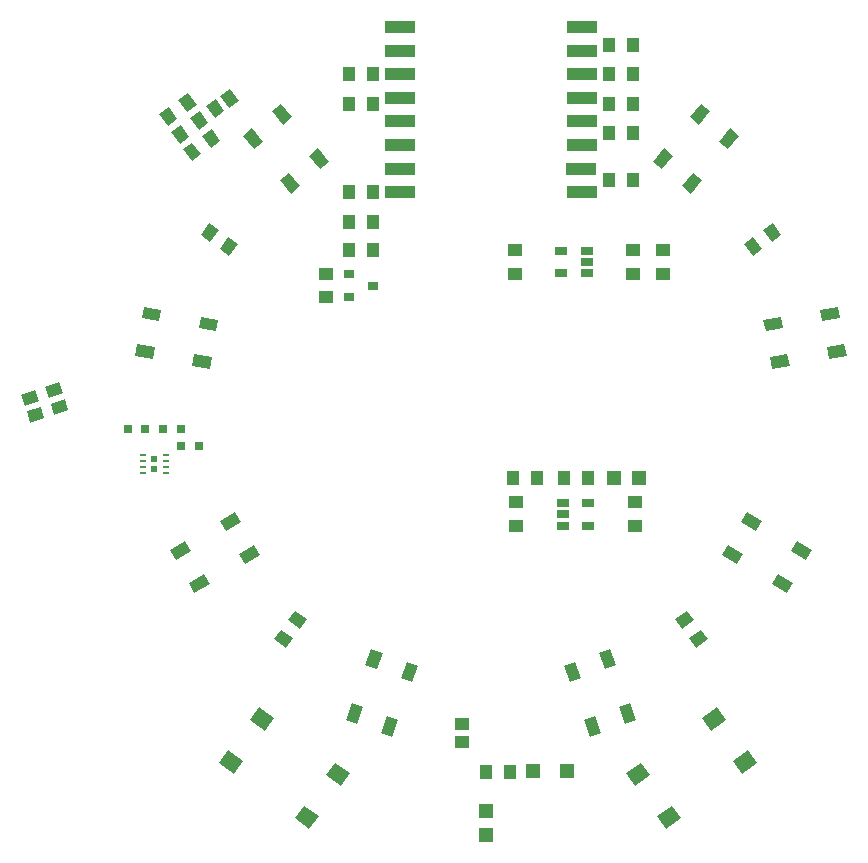
<source format=gtp>
G04 #@! TF.FileFunction,Paste,Top*
%FSLAX46Y46*%
G04 Gerber Fmt 4.6, Leading zero omitted, Abs format (unit mm)*
G04 Created by KiCad (PCBNEW 4.0.6) date Saturday, June 09, 2018 'PMt' 06:08:09 PM*
%MOMM*%
%LPD*%
G01*
G04 APERTURE LIST*
%ADD10C,0.100000*%
%ADD11R,1.250000X1.000000*%
%ADD12R,1.060000X0.650000*%
%ADD13R,1.000000X1.250000*%
%ADD14R,1.198880X1.198880*%
%ADD15R,0.900000X0.800000*%
%ADD16R,2.500000X1.100000*%
%ADD17R,0.500000X0.250000*%
%ADD18R,0.540000X0.480000*%
%ADD19R,1.250000X1.220000*%
%ADD20R,0.800000X0.750000*%
G04 APERTURE END LIST*
D10*
D11*
X112035554Y-89894834D03*
X112035554Y-87894834D03*
X114554000Y-89900000D03*
X114554000Y-87900000D03*
D12*
X108135554Y-89844834D03*
X108135554Y-88894834D03*
X108135554Y-87944834D03*
X105935554Y-87944834D03*
X105935554Y-89844834D03*
D11*
X102035554Y-89894834D03*
X102035554Y-87894834D03*
D10*
G36*
X120056698Y-79364378D02*
X119290653Y-78721591D01*
X120254834Y-77572524D01*
X121020879Y-78215311D01*
X120056698Y-79364378D01*
X120056698Y-79364378D01*
G37*
G36*
X117605356Y-77307458D02*
X116839311Y-76664671D01*
X117803492Y-75515604D01*
X118569537Y-76158391D01*
X117605356Y-77307458D01*
X117605356Y-77307458D01*
G37*
G36*
X116907038Y-83117996D02*
X116140993Y-82475209D01*
X117105174Y-81326142D01*
X117871219Y-81968929D01*
X116907038Y-83117996D01*
X116907038Y-83117996D01*
G37*
G36*
X114455696Y-81061076D02*
X113689651Y-80418289D01*
X114653832Y-79269222D01*
X115419877Y-79912009D01*
X114455696Y-81061076D01*
X114455696Y-81061076D01*
G37*
G36*
X128628643Y-97084393D02*
X128454995Y-96099585D01*
X129932207Y-95839113D01*
X130105855Y-96823921D01*
X128628643Y-97084393D01*
X128628643Y-97084393D01*
G37*
G36*
X128072969Y-93933009D02*
X127899321Y-92948201D01*
X129376533Y-92687729D01*
X129550181Y-93672537D01*
X128072969Y-93933009D01*
X128072969Y-93933009D01*
G37*
G36*
X123803085Y-97935269D02*
X123629437Y-96950461D01*
X125106649Y-96689989D01*
X125280297Y-97674797D01*
X123803085Y-97935269D01*
X123803085Y-97935269D01*
G37*
G36*
X123247411Y-94783885D02*
X123073763Y-93799077D01*
X124550975Y-93538605D01*
X124724623Y-94523413D01*
X123247411Y-94783885D01*
X123247411Y-94783885D01*
G37*
G36*
X123804929Y-116168654D02*
X124304929Y-115302628D01*
X125603967Y-116052628D01*
X125103967Y-116918654D01*
X123804929Y-116168654D01*
X123804929Y-116168654D01*
G37*
G36*
X125404929Y-113397372D02*
X125904929Y-112531346D01*
X127203967Y-113281346D01*
X126703967Y-114147372D01*
X125404929Y-113397372D01*
X125404929Y-113397372D01*
G37*
G36*
X119561405Y-113718654D02*
X120061405Y-112852628D01*
X121360443Y-113602628D01*
X120860443Y-114468654D01*
X119561405Y-113718654D01*
X119561405Y-113718654D01*
G37*
G36*
X121161405Y-110947372D02*
X121661405Y-110081346D01*
X122960443Y-110831346D01*
X122460443Y-111697372D01*
X121161405Y-110947372D01*
X121161405Y-110947372D01*
G37*
G36*
X107842624Y-127687421D02*
X108782316Y-127345400D01*
X109295346Y-128754939D01*
X108355654Y-129096960D01*
X107842624Y-127687421D01*
X107842624Y-127687421D01*
G37*
G36*
X110849641Y-126592957D02*
X111789333Y-126250936D01*
X112302363Y-127660475D01*
X111362671Y-128002496D01*
X110849641Y-126592957D01*
X110849641Y-126592957D01*
G37*
G36*
X106166725Y-123082927D02*
X107106417Y-122740906D01*
X107619447Y-124150445D01*
X106679755Y-124492466D01*
X106166725Y-123082927D01*
X106166725Y-123082927D01*
G37*
G36*
X109173742Y-121988463D02*
X110113434Y-121646442D01*
X110626464Y-123055981D01*
X109686772Y-123398002D01*
X109173742Y-121988463D01*
X109173742Y-121988463D01*
G37*
G36*
X88210667Y-126250936D02*
X89150359Y-126592957D01*
X88637329Y-128002496D01*
X87697637Y-127660475D01*
X88210667Y-126250936D01*
X88210667Y-126250936D01*
G37*
G36*
X91217684Y-127345400D02*
X92157376Y-127687421D01*
X91644346Y-129096960D01*
X90704654Y-128754939D01*
X91217684Y-127345400D01*
X91217684Y-127345400D01*
G37*
G36*
X89886566Y-121646442D02*
X90826258Y-121988463D01*
X90313228Y-123398002D01*
X89373536Y-123055981D01*
X89886566Y-121646442D01*
X89886566Y-121646442D01*
G37*
G36*
X92893583Y-122740906D02*
X93833275Y-123082927D01*
X93320245Y-124492466D01*
X92380553Y-124150445D01*
X92893583Y-122740906D01*
X92893583Y-122740906D01*
G37*
G36*
X74095071Y-112531346D02*
X74595071Y-113397372D01*
X73296033Y-114147372D01*
X72796033Y-113281346D01*
X74095071Y-112531346D01*
X74095071Y-112531346D01*
G37*
G36*
X75695071Y-115302628D02*
X76195071Y-116168654D01*
X74896033Y-116918654D01*
X74396033Y-116052628D01*
X75695071Y-115302628D01*
X75695071Y-115302628D01*
G37*
G36*
X78338595Y-110081346D02*
X78838595Y-110947372D01*
X77539557Y-111697372D01*
X77039557Y-110831346D01*
X78338595Y-110081346D01*
X78338595Y-110081346D01*
G37*
G36*
X79938595Y-112852628D02*
X80438595Y-113718654D01*
X79139557Y-114468654D01*
X78639557Y-113602628D01*
X79938595Y-112852628D01*
X79938595Y-112852628D01*
G37*
G36*
X72100679Y-92948201D02*
X71927031Y-93933009D01*
X70449819Y-93672537D01*
X70623467Y-92687729D01*
X72100679Y-92948201D01*
X72100679Y-92948201D01*
G37*
G36*
X71545005Y-96099585D02*
X71371357Y-97084393D01*
X69894145Y-96823921D01*
X70067793Y-95839113D01*
X71545005Y-96099585D01*
X71545005Y-96099585D01*
G37*
G36*
X76926237Y-93799077D02*
X76752589Y-94783885D01*
X75275377Y-94523413D01*
X75449025Y-93538605D01*
X76926237Y-93799077D01*
X76926237Y-93799077D01*
G37*
G36*
X76370563Y-96950461D02*
X76196915Y-97935269D01*
X74719703Y-97674797D01*
X74893351Y-96689989D01*
X76370563Y-96950461D01*
X76370563Y-96950461D01*
G37*
G36*
X83160689Y-76664671D02*
X82394644Y-77307458D01*
X81430463Y-76158391D01*
X82196508Y-75515604D01*
X83160689Y-76664671D01*
X83160689Y-76664671D01*
G37*
G36*
X80709347Y-78721591D02*
X79943302Y-79364378D01*
X78979121Y-78215311D01*
X79745166Y-77572524D01*
X80709347Y-78721591D01*
X80709347Y-78721591D01*
G37*
G36*
X86310349Y-80418289D02*
X85544304Y-81061076D01*
X84580123Y-79912009D01*
X85346168Y-79269222D01*
X86310349Y-80418289D01*
X86310349Y-80418289D01*
G37*
G36*
X83859007Y-82475209D02*
X83092962Y-83117996D01*
X82128781Y-81968929D01*
X82894826Y-81326142D01*
X83859007Y-82475209D01*
X83859007Y-82475209D01*
G37*
D11*
X102160000Y-111262000D03*
X102160000Y-109262000D03*
D13*
X90000000Y-85500000D03*
X88000000Y-85500000D03*
X90000000Y-83000000D03*
X88000000Y-83000000D03*
D10*
G36*
X122153840Y-88387313D02*
X121419109Y-87376042D01*
X122228126Y-86788257D01*
X122962857Y-87799528D01*
X122153840Y-88387313D01*
X122153840Y-88387313D01*
G37*
G36*
X123771874Y-87211743D02*
X123037143Y-86200472D01*
X123846160Y-85612687D01*
X124580891Y-86623958D01*
X123771874Y-87211743D01*
X123771874Y-87211743D01*
G37*
G36*
X115612687Y-119153840D02*
X116623958Y-118419109D01*
X117211743Y-119228126D01*
X116200472Y-119962857D01*
X115612687Y-119153840D01*
X115612687Y-119153840D01*
G37*
G36*
X116788257Y-120771874D02*
X117799528Y-120037143D01*
X118387313Y-120846160D01*
X117376042Y-121580891D01*
X116788257Y-120771874D01*
X116788257Y-120771874D01*
G37*
G36*
X83376042Y-118419109D02*
X84387313Y-119153840D01*
X83799528Y-119962857D01*
X82788257Y-119228126D01*
X83376042Y-118419109D01*
X83376042Y-118419109D01*
G37*
G36*
X82200472Y-120037143D02*
X83211743Y-120771874D01*
X82623958Y-121580891D01*
X81612687Y-120846160D01*
X82200472Y-120037143D01*
X82200472Y-120037143D01*
G37*
G36*
X78580891Y-87376042D02*
X77846160Y-88387313D01*
X77037143Y-87799528D01*
X77771874Y-86788257D01*
X78580891Y-87376042D01*
X78580891Y-87376042D01*
G37*
G36*
X76962857Y-86200472D02*
X76228126Y-87211743D01*
X75419109Y-86623958D01*
X76153840Y-85612687D01*
X76962857Y-86200472D01*
X76962857Y-86200472D01*
G37*
D14*
X112555020Y-107188000D03*
X110456980Y-107188000D03*
X99568000Y-135348980D03*
X99568000Y-137447020D03*
D10*
G36*
X62254006Y-99471173D02*
X63442827Y-99084902D01*
X63751844Y-100035959D01*
X62563023Y-100422230D01*
X62254006Y-99471173D01*
X62254006Y-99471173D01*
G37*
G36*
X62717532Y-100897757D02*
X63906353Y-100511486D01*
X64215370Y-101462543D01*
X63026549Y-101848814D01*
X62717532Y-100897757D01*
X62717532Y-100897757D01*
G37*
G36*
X76606094Y-76740367D02*
X75871363Y-75729096D01*
X76680380Y-75141311D01*
X77415111Y-76152582D01*
X76606094Y-76740367D01*
X76606094Y-76740367D01*
G37*
G36*
X77819620Y-75858689D02*
X77084889Y-74847418D01*
X77893906Y-74259633D01*
X78628637Y-75270904D01*
X77819620Y-75858689D01*
X77819620Y-75858689D01*
G37*
D15*
X88000000Y-89950000D03*
X88000000Y-91850000D03*
X90000000Y-90900000D03*
D10*
G36*
X114861746Y-136888130D02*
X114097625Y-135836408D01*
X115351602Y-134925340D01*
X116115723Y-135977062D01*
X114861746Y-136888130D01*
X114861746Y-136888130D01*
G37*
G36*
X112216713Y-133247553D02*
X111452592Y-132195831D01*
X112706569Y-131284763D01*
X113470690Y-132336485D01*
X112216713Y-133247553D01*
X112216713Y-133247553D01*
G37*
G36*
X118648398Y-128574660D02*
X117884277Y-127522938D01*
X119138254Y-126611870D01*
X119902375Y-127663592D01*
X118648398Y-128574660D01*
X118648398Y-128574660D01*
G37*
G36*
X121293431Y-132215237D02*
X120529310Y-131163515D01*
X121783287Y-130252447D01*
X122547408Y-131304169D01*
X121293431Y-132215237D01*
X121293431Y-132215237D01*
G37*
G36*
X76952592Y-131304169D02*
X77716713Y-130252447D01*
X78970690Y-131163515D01*
X78206569Y-132215237D01*
X76952592Y-131304169D01*
X76952592Y-131304169D01*
G37*
G36*
X79597625Y-127663592D02*
X80361746Y-126611870D01*
X81615723Y-127522938D01*
X80851602Y-128574660D01*
X79597625Y-127663592D01*
X79597625Y-127663592D01*
G37*
G36*
X86029310Y-132336485D02*
X86793431Y-131284763D01*
X88047408Y-132195831D01*
X87283287Y-133247553D01*
X86029310Y-132336485D01*
X86029310Y-132336485D01*
G37*
G36*
X83384277Y-135977062D02*
X84148398Y-134925340D01*
X85402375Y-135836408D01*
X84638254Y-136888130D01*
X83384277Y-135977062D01*
X83384277Y-135977062D01*
G37*
D12*
X106060000Y-109312000D03*
X106060000Y-110262000D03*
X106060000Y-111212000D03*
X108260000Y-111212000D03*
X108260000Y-109312000D03*
D16*
X92300000Y-69000000D03*
X92300000Y-71000000D03*
X92300000Y-73000000D03*
X92300000Y-75000000D03*
X92300000Y-77000000D03*
X92300000Y-79000000D03*
X92300000Y-81000000D03*
X92300000Y-83000000D03*
X107700000Y-83000000D03*
X107600000Y-81000000D03*
X107700000Y-79000000D03*
X107700000Y-77000000D03*
X107700000Y-75000000D03*
X107700000Y-73000000D03*
X107700000Y-71000000D03*
X107700000Y-69000000D03*
D11*
X112160000Y-111262000D03*
X112160000Y-109262000D03*
D13*
X88000000Y-87900000D03*
X90000000Y-87900000D03*
X106188000Y-107188000D03*
X108188000Y-107188000D03*
X101584000Y-132080000D03*
X99584000Y-132080000D03*
X103870000Y-107188000D03*
X101870000Y-107188000D03*
D11*
X86000000Y-89900000D03*
X86000000Y-91900000D03*
D13*
X112000000Y-78000000D03*
X110000000Y-78000000D03*
X88000000Y-73000000D03*
X90000000Y-73000000D03*
X112000000Y-73000000D03*
X110000000Y-73000000D03*
X112000000Y-75500000D03*
X110000000Y-75500000D03*
X110000000Y-82000000D03*
X112000000Y-82000000D03*
X88000000Y-75500000D03*
X90000000Y-75500000D03*
D10*
G36*
X74653840Y-80387313D02*
X73919109Y-79376042D01*
X74728126Y-78788257D01*
X75462857Y-79799528D01*
X74653840Y-80387313D01*
X74653840Y-80387313D01*
G37*
G36*
X76271874Y-79211743D02*
X75537143Y-78200472D01*
X76346160Y-77612687D01*
X77080891Y-78623958D01*
X76271874Y-79211743D01*
X76271874Y-79211743D01*
G37*
D13*
X112000000Y-70500000D03*
X110000000Y-70500000D03*
D10*
G36*
X72653840Y-77387313D02*
X71919109Y-76376042D01*
X72728126Y-75788257D01*
X73462857Y-76799528D01*
X72653840Y-77387313D01*
X72653840Y-77387313D01*
G37*
G36*
X74271874Y-76211743D02*
X73537143Y-75200472D01*
X74346160Y-74612687D01*
X75080891Y-75623958D01*
X74271874Y-76211743D01*
X74271874Y-76211743D01*
G37*
G36*
X73653840Y-78887313D02*
X72919109Y-77876042D01*
X73728126Y-77288257D01*
X74462857Y-78299528D01*
X73653840Y-78887313D01*
X73653840Y-78887313D01*
G37*
G36*
X75271874Y-77711743D02*
X74537143Y-76700472D01*
X75346160Y-76112687D01*
X76080891Y-77123958D01*
X75271874Y-77711743D01*
X75271874Y-77711743D01*
G37*
G36*
X60234625Y-100127308D02*
X61423446Y-99741037D01*
X61732463Y-100692094D01*
X60543642Y-101078365D01*
X60234625Y-100127308D01*
X60234625Y-100127308D01*
G37*
G36*
X60698151Y-101553892D02*
X61886972Y-101167621D01*
X62195989Y-102118678D01*
X61007168Y-102504949D01*
X60698151Y-101553892D01*
X60698151Y-101553892D01*
G37*
D17*
X70550000Y-105250000D03*
X70550000Y-105750000D03*
X70550000Y-106250000D03*
X70550000Y-106750000D03*
X72450000Y-106750000D03*
X72450000Y-106250000D03*
X72450000Y-105750000D03*
X72450000Y-105250000D03*
D18*
X71500000Y-106400000D03*
X71500000Y-105600000D03*
D19*
X103525000Y-132000000D03*
X106475000Y-132000000D03*
D11*
X97536000Y-128028000D03*
X97536000Y-129528000D03*
D20*
X69250000Y-103000000D03*
X70750000Y-103000000D03*
X73750000Y-103000000D03*
X72250000Y-103000000D03*
X73750000Y-104500000D03*
X75250000Y-104500000D03*
M02*

</source>
